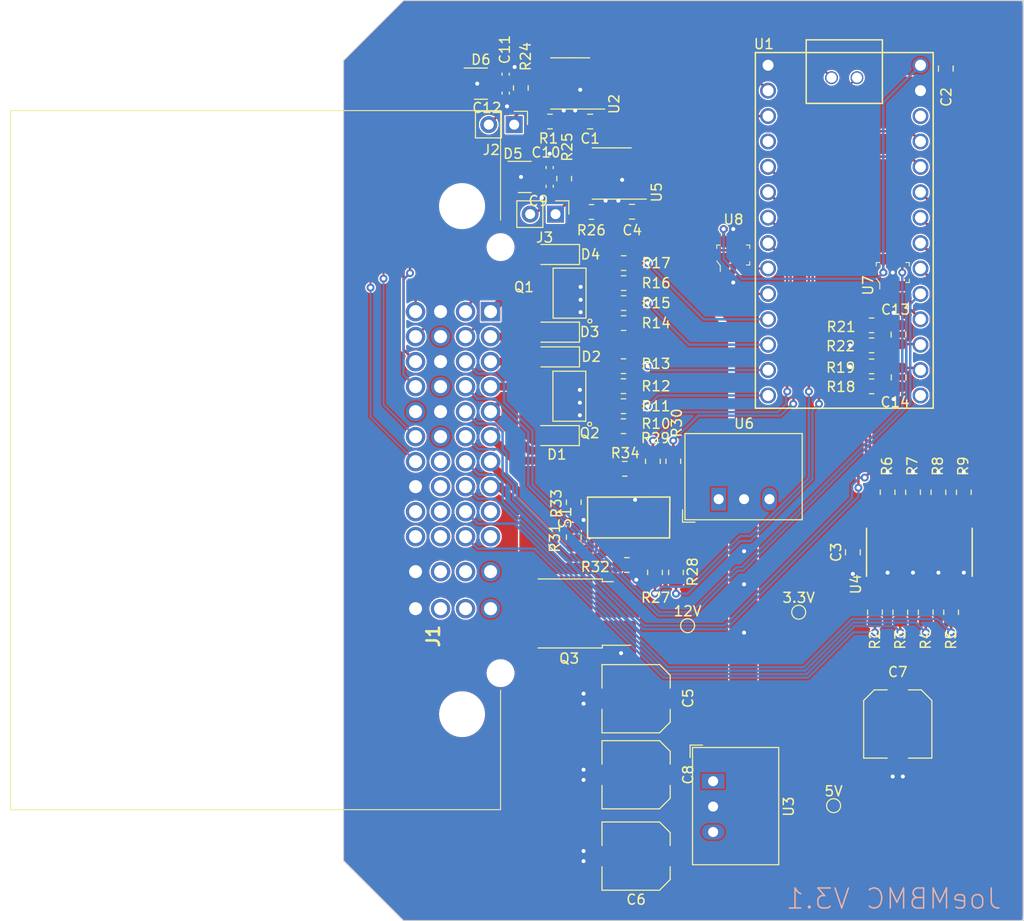
<source format=kicad_pcb>
(kicad_pcb (version 20221018) (generator pcbnew)
  (layers (0 "F.Cu" signal) (31 "B.Cu" signal) (34 "B.Paste" user) (35 "F.Paste" user) (36 "B.SilkS" user "B.Silkscreen") (37 "F.SilkS" user "F.Silkscreen") (38 "B.Mask" user) (39 "F.Mask" user) (44 "Edge.Cuts" user))
  (net 0 "")
  (net 1 "GND")
  (net 2 "+12V")
  (net 3 "+3V3")
  (net 4 "Net-(R2-Pad2)")
  (net 5 "Net-(R3-Pad2)")
  (net 6 "Net-(R4-Pad2)")
  (net 7 "Net-(R5-Pad2)")
  (net 8 "Teensy_IN2")
  (net 9 "Teensy_IN1")
  (net 10 "Teensy_IN3")
  (net 11 "Teensy_IN4")
  (net 12 "Teensy_OUT8")
  (net 13 "Teensy_OUT7")
  (net 14 "Teensy_OUT5")
  (net 15 "Teensy_OUT6")
  (net 16 "Teensy_ASEN2")
  (net 17 "Teensy_ASEN1")
  (net 18 "Teensy_OUT1")
  (net 19 "Teensy_OUT4")
  (net 20 "Teensy_OUT2")
  (net 21 "Teensy_OUT3")
  (net 30 "Net-(Q1-G1)")
  (net 31 "Net-(Q1-G2)")
  (net 32 "Net-(Q2-G1)")
  (net 33 "Net-(Q2-G2)")
  (net 34 "J1_12V")
  (net 35 "J1_IN4")
  (net 36 "J1_IN3")
  (net 37 "J1_IN2")
  (net 38 "J1_OUT8")
  (net 39 "J1_IN1")
  (net 40 "J1_OUT7")
  (net 41 "J1_OUT6")
  (net 42 "J1_OUT5")
  (net 43 "J1_ASEN2")
  (net 44 "J1_OUT4")
  (net 45 "J1_ASEN1")
  (net 46 "J1_OUT3")
  (net 47 "J1_OUT2")
  (net 48 "J1_OUT1")
  (net 49 "Net-(U2-Rs)")
  (net 50 "Net-(U5-Rs)")
  (net 51 "Net-(S1-IN1)")
  (net 52 "Net-(S1-IN0)")
  (net 53 "Net-(S1-IN3)")
  (net 54 "Net-(S1-IN2)")
  (net 55 "Teensy_D+")
  (net 56 "Teensy_D-")
  (net 57 "+5V")
  (net 58 "Teensy_Serial_BMS_RX_5V")
  (net 59 "Teensy_Serial_BMS_TX")
  (net 60 "Teensy_CAN2_RX")
  (net 61 "Teensy_CAN2_TX")
  (net 63 "Teensy_CAN1_RX")
  (net 64 "Teensy_Serial_RX_5V")
  (net 65 "Teensy_Serial_TX")
  (net 66 "Teensy_CAN1_TX")
  (net 68 "J1_CAN2_L")
  (net 69 "J1_CAN2_H")
  (net 70 "J1_CAN1_L")
  (net 73 "J1_CAN1_H")
  (net 79 "Teensy_Serial_BMS_RX_3V")
  (net 80 "Teensy_Serial_RX_3V")
  (net 81 "Net-(J2-Pin_2)")
  (net 82 "Net-(J3-Pin_2)")
  (footprint "Capacitor_SMD:C_Elec_6.3x7.7" (layer "F.Cu") (at 127.25 113.805 180)
    (fp_text reference "C5")
    (fp_text value "100uF")
  )
  (footprint "Resistor_SMD:R_0805_2012Metric" (layer "F.Cu") (at 152.4 93.161999 90)
    (fp_text reference "R6")
    (fp_text value "10k")
  )
  (footprint "Resistor_SMD:R_0805_2012Metric" (layer "F.Cu") (at 150.8 82.575 180)
    (fp_text reference "R18")
    (fp_text value "10k")
  )
  (footprint "TLP293-4:TLP293-4" (layer "F.Cu") (at 155.575 99.161999 90)
    (fp_text reference "U4")
    (fp_text value "IS281-4 " hide)
  )
  (footprint "Converter_DCDC:Converter_DCDC_RECOM_R-78E-0.5_THT" (layer "F.Cu") (at 134.9525 122.053 -90)
    (fp_text reference "U3")
    (fp_text value "DCDC 5V")
  )
  (footprint "Resistor_SMD:R_0805_2012Metric" (layer "F.Cu") (at 154.94 93.161999 90)
    (fp_text reference "R7")
    (fp_text value "10k")
  )
  (footprint "Package_TO_SOT_SMD:TO-252-2" (layer "F.Cu") (at 120.56 105.28 180)
    (fp_text reference "Q3")
    (fp_text value "P-Chanel Mosfet")
  )
  (footprint "Resistor_SMD:R_0805_2012Metric" (layer "F.Cu") (at 160.02 93.161999 90)
    (fp_text reference "R9")
    (fp_text value "10k")
  )
  (footprint "Resistor_SMD:R_0805_2012Metric" (layer "F.Cu") (at 125.9875 86.557 180)
    (fp_text reference "R10")
    (fp_text value "10k")
  )
  (footprint "Resistor_SMD:R_0805_2012Metric" (layer "F.Cu") (at 153.67 105.161999 90)
    (fp_text reference "R3")
    (fp_text value "4.7k")
  )
  (footprint "JoeMBMS:SO-8_IRF956" (layer "F.Cu") (at 120.575 83.557 180)
    (fp_text reference "Q2")
    (fp_text value "BSO615NG")
  )
  (footprint "Resistor_SMD:R_0805_2012Metric" (layer "F.Cu") (at 151.13 105.161999 90)
    (fp_text reference "R2")
    (fp_text value "4.7k")
  )
  (footprint "Resistor_SMD:R_0805_2012Metric" (layer "F.Cu") (at 115.725 52.735 90)
    (fp_text reference "R24")
    (fp_text value "120")
  )
  (footprint "Capacitor_SMD:C_Elec_6.3x7.7" (layer "F.Cu") (at 127.25 121.41 180)
    (fp_text reference "C8")
    (fp_text value "100uF")
  )
  (footprint "Capacitor_SMD:C_0805_2012Metric" (layer "F.Cu") (at 158.2175 50.8 90)
    (fp_text reference "C2")
    (fp_text value "10uF")
  )
  (footprint "Resistor_SMD:R_0805_2012Metric" (layer "F.Cu") (at 158.75 105.161999 90)
    (fp_text reference "R5")
    (fp_text value "4.7k")
  )
  (footprint "Capacitor_SMD:C_0805_2012Metric" (layer "F.Cu") (at 148.925 99.161999 90)
    (fp_text reference "C3")
    (fp_text value "10uF")
  )
  (footprint "Resistor_SMD:R_0805_2012Metric" (layer "F.Cu") (at 125.9875 84.557 180)
    (fp_text reference "R11")
    (fp_text value "220")
  )
  (footprint "Resistor_SMD:R_0805_2012Metric" (layer "F.Cu") (at 125.9875 80.557 180)
    (fp_text reference "R13")
    (fp_text value "220")
  )
  (footprint "Resistor_SMD:R_0805_2012Metric" (layer "F.Cu") (at 157.48 93.161999 90)
    (fp_text reference "R8")
    (fp_text value "10k")
  )
  (footprint "Resistor_SMD:R_0805_2012Metric" (layer "F.Cu") (at 125.9875 82.557 180)
    (fp_text reference "R12")
    (fp_text value "10k")
  )
  (footprint "Resistor_SMD:R_0805_2012Metric" (layer "F.Cu") (at 118.645 56.095 180)
    (fp_text reference "R1")
    (fp_text value "10k")
  )
  (footprint "Capacitor_SMD:C_Elec_6.3x7.7" (layer "F.Cu") (at 153.416 116.332 -90)
    (fp_text reference "C7")
    (fp_text value "100uF")
  )
  (footprint "Molex_48_Pin:5007620481" (layer "F.Cu") (at 112.7 75.1 -90)
    (fp_text reference "J1")
    (fp_text value "5007620481" hide)
  )
  (footprint "Resistor_SMD:R_0805_2012Metric" (layer "F.Cu") (at 156.21 105.161999 90)
    (fp_text reference "R4")
    (fp_text value "4.7k")
  )
  (footprint "Resistor_SMD:R_0805_2012Metric" (layer "F.Cu") (at 150.7935 76.47 180)
    (fp_text reference "R21")
    (fp_text value "10k")
  )
  (footprint "Resistor_SMD:R_0805_2012Metric" (layer "F.Cu") (at 150.7935 78.47)
    (fp_text reference "R22")
    (fp_text value "20k")
  )
  (footprint "Resistor_SMD:R_0805_2012Metric" (layer "F.Cu") (at 126.0075 74.25 180)
    (fp_text reference "R15")
    (fp_text value "220")
  )
  (footprint "JoeMBMS:SO-8_IRF956" (layer "F.Cu") (at 120.595 73.25 180)
    (fp_text reference "Q1")
    (fp_text value "BSO615NG")
  )
  (footprint "Resistor_SMD:R_0805_2012Metric" (layer "F.Cu") (at 126.0075 76.25 180)
    (fp_text reference "R14")
    (fp_text value "10k")
  )
  (footprint "Resistor_SMD:R_0805_2012Metric" (layer "F.Cu") (at 126.0075 70.25 180)
    (fp_text reference "R17")
    (fp_text value "220")
  )
  (footprint "Resistor_SMD:R_0805_2012Metric" (layer "F.Cu") (at 126.0075 72.25 180)
    (fp_text reference "R16")
    (fp_text value "10k")
  )
  (footprint "KiCAD_Libs-master:PG-DSO-14-40_EP" (layer "F.Cu") (at 126.5 95.69)
    (fp_text reference "S1")
    (fp_text value "BTS5200-4")
  )
  (footprint "Capacitor_SMD:C_0805_2012Metric" (layer "F.Cu") (at 122.655 56.095)
    (fp_text reference "C1")
    (fp_text value "100nF")
  )
  (footprint "Resistor_SMD:R_0805_2012Metric" (layer "F.Cu") (at 150.8 80.575)
    (fp_text reference "R19")
    (fp_text value "20k")
  )
  (footprint "Resistor_SMD:R_0805_2012Metric" (layer "F.Cu") (at 120.062065 61.7982 90)
    (fp_text reference "R25")
    (fp_text value "120")
  )
  (footprint "Converter_DCDC:Converter_DCDC_RECOM_R-78E-0.5_THT" (layer "F.Cu") (at 135.509 93.853)
    (fp_text reference "U6")
    (fp_text value "DCDC 3.3V")
  )
  (footprint "Capacitor_SMD:C_Elec_6.3x7.7" (layer "F.Cu") (at 127.25 129.54 180)
    (fp_text reference "C6")
    (fp_text value "100uF")
  )
  (footprint "Package_TO_SOT_SMD:SOT-23" (layer "F.Cu") (at 116.120065 61.6322)
    (fp_text reference "D5")
    (fp_text value "NUP2105L")
  )
  (footprint "Package_SO:SOIC-8_3.9x4.9mm_P1.27mm" (layer "F.Cu") (at 124.817465 61.2902 180)
    (fp_text reference "U5")
    (fp_text value "SN65HVD230")
  )
  (footprint "Connector_PinHeader_2.54mm:PinHeader_1x02_P2.54mm_Vertical" (layer "F.Cu") (at 119.198465 65.3542 -90)
    (fp_text reference "J3")
    (fp_text value "CAN1_T")
  )
  (footprint "teensy:Teensy40_JoeMBMS" (layer "F.Cu") (at 148.0675 66.9775 -90)
    (fp_text reference "U1")
    (fp_text value "Teensy4.0" hide)
  )
  (footprint "Resistor_SMD:R_0805_2012Metric" (layer "F.Cu") (at 130.97 90.0675 90)
    (fp_text reference "R30")
    (fp_text value "10k")
  )
  (footprint "Capacitor_SMD:C_0402_1005Metric" (layer "F.Cu") (at 114.215 53.255 90)
    (fp_text reference "C12")
    (fp_text value "100p")
  )
  (footprint "Diode_SMD:D_SOD-123F" (layer "F.Cu") (at 119.3625 87.497 180)
    (fp_text reference "D1")
    (fp_text value "DIODE")
  )
  (footprint "TestPoint:TestPoint_Pad_D1.0mm" (layer "F.Cu") (at 132.4 106.5)
    (fp_text reference "12V")
    (fp_text value "TestPoint_Pad_D1.0mm")
  )
  (footprint "Resistor_SMD:R_0805_2012Metric" (layer "F.Cu") (at 126.33 100.4375 180)
    (fp_text reference "R32")
    (fp_text value "47k")
  )
  (footprint "Diode_SMD:D_SOD-123F" (layer "F.Cu") (at 119.3825 77.15 180)
    (fp_text reference "D3")
    (fp_text value "DIODE")
  )
  (footprint "Capacitor_SMD:C_0402_1005Metric" (layer "F.Cu") (at 118.610065 62.5722 90)
    (fp_text reference "C9")
    (fp_text value "100p")
  )
  (footprint "Capacitor_SMD:C_0805_2012Metric" (layer "F.Cu") (at 153.484 77.398 -90)
    (fp_text reference "C13")
    (fp_text value "100nF")
  )
  (footprint "Resistor_SMD:R_0805_2012Metric" (layer "F.Cu") (at 122.791065 65.1352 180)
    (fp_text reference "R26")
    (fp_text value "10k")
  )
  (footprint "Capacitor_SMD:C_0805_2012Metric" (layer "F.Cu") (at 126.841065 65.1152)
    (fp_text reference "C4")
    (fp_text value "100nF")
  )
  (footprint "Resistor_SMD:R_0805_2012Metric" (layer "F.Cu") (at 128.93 90.0675 90)
    (fp_text reference "R29")
    (fp_text value "10k")
  )
  (footprint "Connector_PinHeader_2.54mm:PinHeader_1x02_P2.54mm_Vertical" (layer "F.Cu") (at 115.06 56.405 -90)
    (fp_text reference "J2")
    (fp_text value "CAN2_T")
  )
  (footprint "Package_TO_SOT_SMD:SOT-23" (layer "F.Cu") (at 111.735 52.305)
    (fp_text reference "D6")
    (fp_text value "NUP2105L")
  )
  (footprint "Capacitor_SMD:C_0402_1005Metric" (layer "F.Cu") (at 114.21 51.36 90)
    (fp_text reference "C11")
    (fp_text value "100p")
  )
  (footprint "Capacitor_SMD:C_0402_1005Metric" (layer "F.Cu") (at 118.610065 60.6922 -90)
    (fp_text reference "C10")
    (fp_text value "100p")
  )
  (footprint "Package_SO:SOIC-8_3.9x4.9mm_P1.27mm" (layer "F.Cu") (at 120.665 52.285 180)
    (fp_text reference "U2")
    (fp_text value "SN65HVD230")
  )
  (footprint "Resistor_SMD:R_0805_2012Metric" (layer "F.Cu") (at 121.02 97.6575 -90)
    (fp_text reference "R31")
    (fp_text value "47k")
  )
  (footprint "Resistor_SMD:R_0805_2012Metric" (layer "F.Cu") (at 121.02 94.1575 -90)
    (fp_text reference "R33")
    (fp_text value "47k")
  )
  (footprint "Diode_SMD:D_SOD-123F" (layer "F.Cu") (at 119.3825 69.39 180)
    (fp_text reference "D4")
    (fp_text value "DIODE")
  )
  (footprint "TestPoint:TestPoint_Pad_D1.0mm" (layer "F.Cu") (at 143.51 105.156)
    (fp_text reference "3.3V")
    (fp_text value "TestPoint_Pad_D1.0mm")
  )
  (footprint "digikey-footprints:SOT-23-6" (layer "F.Cu") (at 136.9675 69.4425)
    (fp_text reference "U8")
    (fp_text value "Level Shifter 5V to 3V")
  )
  (footprint "Resistor_SMD:R_0805_2012Metric" (layer "F.Cu") (at 126.12 90.8175)
    (fp_text reference "R34")
    (fp_text value "47k")
  )
  (footprint "digikey-footprints:SOT-23-6" (layer "F.Cu") (at 152.9175 71.1925)
    (fp_text reference "U7")
    (fp_text value "Level Shifter 5V to 3V")
  )
  (footprint "Diode_SMD:D_SOD-123F" (layer "F.Cu") (at 119.3825 79.627 180)
    (fp_text reference "D2")
    (fp_text value "DIODE")
  )
  (footprint "Resistor_SMD:R_0805_2012Metric" (layer "F.Cu") (at 131.24 101.1775 90)
    (fp_text reference "R28")
    (fp_text value "10k")
  )
  (footprint "Capacitor_SMD:C_0805_2012Metric" (layer "F.Cu") (at 153.5 81.675 90)
    (fp_text reference "C14")
    (fp_text value "100nF")
  )
  (footprint "TestPoint:TestPoint_Pad_D1.0mm" (layer "F.Cu") (at 147 124.5)
    (fp_text reference "5V")
    (fp_text value "TestPoint_Pad_D1.0mm")
  )
  (footprint "Resistor_SMD:R_0805_2012Metric" (layer "F.Cu") (at 129.14 101.1775 90)
    (fp_text reference "R27")
    (fp_text value "10k")
  )
  (gr_line (start 166 44) (end 166 136) (stroke (width 0.1)) (layer "Edge.Cuts"))
  (gr_line (start 166 136) (end 104 136) (stroke (width 0.1)) (layer "Edge.Cuts"))
  (gr_line (start 98 130) (end 104 136) (stroke (width 0.1)) (layer "Edge.Cuts"))
  (gr_line (start 104 44) (end 98 50) (stroke (width 0.1)) (layer "Edge.Cuts"))
  (gr_line (start 98 130) (end 98 50) (stroke (width 0.1)) (layer "Edge.Cuts"))
  (gr_line (start 104 44) (end 166 44) (stroke (width 0.1)) (layer "Edge.Cuts"))
  (gr_text "JoeMBMC V3.1" (at 153 133.81) (layer "B.SilkS") (effects (font (size 2 2)) (justify mirror)))
  (segment (start 153.484 75.684) (end 153 75.2) (width 0.25) (layer "F.Cu") (net 1))
  (segment (start 149.7935 78.3825) (end 149.881 78.47) (width 0.25) (layer "F.Cu") (net 1))
  (segment (start 114.225 50.885) (end 114.865 50.885) (width 0.25) (layer "F.Cu") (net 1))
  (segment (start 127.15 93.26) (end 127.565 92.845) (width 0.8) (layer "F.Cu") (net 1))
  (segment (start 121.705 56.095) (end 121.705 55.538) (width 0.25) (layer "F.Cu") (net 1))
  (segment (start 112.6725 52.305) (end 111.365 52.305) (width 0.25) (layer "F.Cu") (net 1))
  (segment (start 148.925 100.111999) (end 148.925 101.325) (width 0.25) (layer "F.Cu") (net 1))
  (segment (start 152.4 102.311998) (end 152.4 101.2) (width 0.25) (layer "F.Cu") (net 1))
  (segment (start 158.2175 51.75) (end 156.96 53.0075) (width 0.25) (layer "F.Cu") (net 1))
  (segment (start 121.1375 95.07) (end 122 95.9325) (width 0.25) (layer "F.Cu") (net 1))
  (segment (start 122.225 75.155) (end 121.705 74.635) (width 0.8) (layer "F.Cu") (net 1))
  (segment (start 121.625 84.207) (end 121.625 83.502) (width 0.8) (layer "F.Cu") (net 1))
  (segment (start 119.5575 55.4485) (end 120.015 54.991) (width 0.25) (layer "F.Cu") (net 1))
  (segment (start 125.095 76.25) (end 124.3 76.25) (width 0.25) (layer "F.Cu") (net 1))
  (segment (start 123.205 75.155) (end 122.225 75.155) (width 0.8) (layer "F.Cu") (net 1))
  (segment (start 149.8875 80.575) (end 148.7 80.575) (width 0.25) (layer "F.Cu") (net 1))
  (segment (start 114.865 50.885) (end 115.105 50.645) (width 0.25) (layer "F.Cu") (net 1))
  (segment (start 123.14 52.92) (end 121.666 52.92) (width 0.25) (layer "F.Cu") (net 1))
  (segment (start 127.0325 92.3125) (end 126.5 92.845) (width 0.8) (layer "F.Cu") (net 1))
  (segment (start 127.77 92.845) (end 127.565 92.845) (width 0.8) (layer "F.Cu") (net 1))
  (segment (start 136.9675 70.7925) (end 136.9675 72.0425) (width 0.25) (layer "F.Cu") (net 1))
  (segment (start 123.703565 65.1352) (end 123.703565 64.510435) (width 0.25) (layer "F.Cu") (net 1))
  (segment (start 114.215 54.445) (end 114.345 54.575) (width 0.25) (layer "F.Cu") (net 1))
  (segment (start 123.185 85.462) (end 121.625 85.462) (width 0.8) (layer "F.Cu") (net 1))
  (segment (start 121.02 95.07) (end 121.1375 95.07) (width 0.25) (layer "F.Cu") (net 1))
  (segment (start 152.9175 69.8425) (end 152.9175 72.5425) (width 0.25) (layer "F.Cu") (net 1))
  (segment (start 123.703565 64.510435) (end 124.206 64.008) (width 0.25) (layer "F.Cu") (net 1))
  (segment (start 157.48 102.311998) (end 157.48 101.2) (width 0.25) (layer "F.Cu") (net 1))
  (segment (start 121.717 72.615) (end 121.705 72.627) (width 0.8) (layer "F.Cu") (net 1))
  (segment (start 125.891065 65.1152) (end 125.891065 64.423065) (width 0.25) (layer "F.Cu") (net 1))
  (segment (start 124.975 72.497) (end 124.975 72.672) (width 0.25) (layer "F.Cu") (net 1))
  (segment (start 153.5 82.625) (end 153.5 83.35) (width 0.25) (layer "F.Cu") (net 1))
  (segment (start 152.4 91.161999) (end 152.4 92.249499) (width 0.25) (layer "F.Cu") (net 1))
  (segment (start 121.705 55.538) (end 121.158 54.991) (width 0.25) (layer "F.Cu") (net 1))
  (segment (start 121.705 72.627) (end 121.705 75.155) (width 0.8) (layer "F.Cu") (net 1))
  (segment (start 123.205 72.615) (end 121.717 72.615) (width 0.8) (layer "F.Cu") (net 1))
  (segment (start 127.0325 90.8175) (end 127.0325 92.3125) (width 0.8) (layer "F.Cu") (net 1))
  (segment (start 127.2425 101.885) (end 127.27 101.9125) (width 0.25) (layer "F.Cu") (net 1))
  (segment (start 156.96 53.0075) (end 155.6875 53.0075) (width 0.25) (layer "F.Cu") (net 1))
  (segment (start 153.416 121.582) (end 153.416 118.8695) (width 0.8) (layer "F.Cu") (net 1))
  (segment (start 123.98 85.462) (end 125.075 86.557) (width 0.25) (layer "F.Cu") (net 1))
  (segment (start 154.94 91.161999) (end 154.94 92.249499) (width 0.25) (layer "F.Cu") (net 1))
  (segment (start 152.908 121.582) (end 153.924 121.582) (width 0.8) (layer "F.Cu") (net 1))
  (segment (start 153.484 76.448) (end 153.484 75.684) (width 0.25) (layer "F.Cu") (net 1))
  (segment (start 123.205 72.615) (end 122.225 72.615) (width 0.8) (layer "F.Cu") (net 1))
  (segment (start 136.9675 68.0925) (end 136.9675 66.8425) (width 0.25) (layer "F.Cu") (net 1))
  (segment (start 124.7125 129.54) (end 122 129.54) (width 0.8) (layer "F.Cu") (net 1))
  (segment (start 118.503265 63.0522) (end 117.826865 63.7286) (width 0.25) (layer "F.Cu") (net 1))
  (segment (start 124.71 82.922) (end 125.075 82.557) (width 0.25) (layer "F.Cu") (net 1))
  (segment (start 153.484 82.641) (end 153.5 82.625) (width 0.25) (layer "F.Cu") (net 1))
  (segment (start 119.5575 56.095) (end 119.5575 55.4485) (width 0.25) (layer "F.Cu") (net 1))
  (segment (start 154.94 102.311998) (end 154.94 101.2) (width 0.25) (layer "F.Cu") (net 1))
  (segment (start 157.48 91.161999) (end 157.48 92.249499) (width 0.25) (layer "F.Cu") (net 1))
  (segment (start 149.881 78.47) (end 148.7 78.47) (width 0.25) (layer "F.Cu") (net 1))
  (segment (start 153.5 83.35) (end 153 83.85) (width 0.25) (layer "F.Cu") (net 1))
  (segment (start 127.77 92.845) (end 126.5 92.845) (width 0.8) (layer "F.Cu") (net 1))
  (segment (start 125.891065 64.423065) (end 125.476 64.008) (width 0.25) (layer "F.Cu") (net 1))
  (segment (start 160.02 102.311998) (end 160.02 101.2) (width 0.25) (layer "F.Cu") (net 1))
  (segment (start 121.625 84.882) (end 121.625 84.207) (width 0.8) (layer "F.Cu") (net 1))
  (segment (start 123.205 75.155) (end 121.705 75.155) (width 0.8) (layer "F.Cu") (net 1))
  (segment (start 121.625 82.922) (end 121.625 85.462) (width 0.8) (layer "F.Cu") (net 1))
  (segment (start 117.057565 61.6322) (end 115.744065 61.6322) (width 0.25) (layer "F.Cu") (net 1))
  (segment (start 123.185 85.462) (end 122.205 85.462) (width 0.8) (layer "F.Cu") (net 1))
  (segment (start 121.705 73.135) (end 121.705 73.917) (width 0.8) (layer "F.Cu") (net 1))
  (segment (start 122.225 72.615) (end 121.705 73.135) (width 0.8) (layer "F.Cu") (net 1))
  (segment (start 127.565 92.845) (end 127.0325 92.3125) (width 0.8) (layer "F.Cu") (net 1))
  (segment (start 121.705 74.635) (end 121.705 73.917) (width 0.8) (layer "F.Cu") (net 1))
  (segment (start 121.1875 96.745) (end 122 95.9325) (width 0.25) (layer "F.Cu") (net 1))
  (segment (start 127.15 93.9125) (end 127.15 93.26) (width 0.8) (layer "F.Cu") (net 1))
  (segment (start 118.610065 59.309) (end 118.610065 60.2122) (width 0.25) (layer "F.Cu") (net 1))
  (segment (start 121.625 83.502) (end 122.205 82.922) (width 0.8) (layer "F.Cu") (net 1))
  (segment (start 122.205 85.462) (end 121.625 84.882) (width 0.8) (layer "F.Cu") (net 1))
  (segment (start 123.205 72.615) (end 124.73 72.615) (width 0.25) (layer "F.Cu") (net 1))
  (segment (start 123.185 82.922) (end 124.71 82.922) (width 0.25) (layer "F.Cu") (net 1))
  (segment (start 114.215 53.735) (end 114.215 54.445) (width 0.25) (layer "F.Cu") (net 1))
  (segment (start 122 129.032) (end 122 130.048) (width 0.8) (layer "F.Cu") (net 1))
  (segment (start 127.292465 61.9252) (end 125.857 61.9252) (width 0.25) (layer "F.Cu") (net 1))
  (segment (start 123.185 82.922) (end 121.625 82.922) (width 0.8) (layer "F.Cu") (net 1))
  (segment (start 122.205 82.922) (end 123.185 82.922) (width 0.8) (layer "F.Cu") (net 1))
  (segment (start 127.2425 100.4375) (end 127.2425 101.885) (width 0.25) (layer "F.Cu") (net 1))
  (segment (start 118.610065 63.0522) (end 118.503265 63.0522) (width 0.25) (layer "F.Cu") (net 1))
  (segment (start 160.02 91.161999) (end 160.02 92.249499) (width 0.25) (layer "F.Cu") (net 1))
  (segment (start 124.3 76.25) (end 123.205 75.155) (width 0.25) (layer "F.Cu") (net 1))
  (segment (start 121.02 96.745) (end 121.1875 96.745) (width 0.25) (layer "F.Cu") (net 1))
  (via (at 121.705 73.917) (size 0.8) (drill 0.4) (layers "F.Cu" "B.Cu") (net 1))
  (via (at 117.826865 63.7286) (size 0.8) (drill 0.4) (layers "F.Cu" "B.Cu") (net 1))
  (via (at 118.610065 59.309) (size 0.8) (drill 0.4) (layers "F.Cu" "B.Cu") (net 1))
  (via (at 114.345 54.575) (size 0.8) (drill 0.4) (layers "F.Cu" "B.Cu") (net 1))
  (via (at 138.049 102.362) (size 0.8) (drill 0.4) (layers "F.Cu" "B.Cu") (net 1))
  (via (at 152.908 121.582) (size 0.8) (drill 0.4) (layers "F.Cu" "B.Cu") (net 1))
  (via (at 136.9675 66.8425) (size 0.8) (drill 0.4) (layers "F.Cu" "B.Cu") (net 1))
  (via (at 125.75 109.25) (size 0.8) (drill 0.4) (layers "F.Cu" "B.Cu") (net 1))
  (via (at 121.705 75.155) (size 0.8) (drill 0.4) (layers "F.Cu" "B.Cu") (net 1))
  (via (at 122 129.032) (size 0.8) (drill 0.4) (layers "F.Cu" "B.Cu") (net 1))
  (via (at 148.925 101.325) (size 0.8) (drill 0.4) (layers "F.Cu" "B.Cu") (net 1))
  (via (at 138.049 99.06) (size 0.8) (drill 0.4) (layers "F.Cu" "B.Cu") (net 1))
  (via (at 125.476 64.008) (size 0.8) (drill 0.4) (layers "F.Cu" "B.Cu") (net 1))
  (via (at 122 121.922) (size 0.8) (drill 0.4) (layers "F.Cu" "B.Cu") (net 1))
  (via (at 122 95.9325) (size 0.8) (drill 0.4) (layers "F.Cu" "B.Cu") (net 1))
  (via (at 122 113.299) (size 0.8) (drill 0.4) (layers "F.Cu" "B.Cu") (net 1))
  (via (at 120.015 54.991) (size 0.8) (drill 0.4) (layers "F.Cu" "B.Cu") (net 1))
  (via (at 153.924 121.582) (size 0.8) (drill 0.4) (layers "F.Cu" "B.Cu") (net 1))
  (via (at 111.365 52.305) (size 0.8) (drill 0.4) (layers "F.Cu" "B.Cu") (net 1))
  (via (at 136.9675 72.1925) (size 0.8) (drill 0.4) (layers "F.Cu" "B.Cu") (net 1))
  (via (at 152.9175 71.1925) (size 0.8) (drill 0.4) (layers "F.Cu" "B.Cu") (net 1))
  (via (at 127.27 101.9125) (size 0.8) (drill 0.4) (layers "F.Cu" "B.Cu") (net 1))
  (via (at 154.94 91.161999) (size 0.8) (drill 0.4) (layers "F.Cu" "B.Cu") (net 1))
  (via (at 121.705 72.627) (size 0.8) (drill 0.4) (layers "F.Cu" "B.Cu") (net 1))
  (via (at 157.48 101.2) (size 0.8) (drill 0.4) (layers "F.Cu" "B.Cu") (net 1))
  (via (at 121.625 84.207) (size 0.8) (drill 0.4) (layers "F.Cu" "B.Cu") (net 1))
  (via (at 122 130.048) (size 0.8) (drill 0.4) (layers "F.Cu" "B.Cu") (net 1))
  (via (at 152.4 91.161999) (size 0.8) (drill 0.4) (layers "F.Cu" "B.Cu") (net 1))
  (via (at 121.158 54.991) (size 0.8) (drill 0.4) (layers "F.Cu" "B.Cu") (net 1))
  (via (at 154.94 101.2) (size 0.8) (drill 0.4) (layers "F.Cu" "B.Cu") (net 1))
  (via (at 122 120.904) (size 0.8) (drill 0.4) (layers "F.Cu" "B.Cu") (net 1))
  (via (at 125.857 61.9252) (size 0.8) (drill 0.4) (layers "F.Cu" "B.Cu") (net 1))
  (via (at 160.02 91.161999) (size 0.8) (drill 0.4) (layers "F.Cu" "B.Cu") (net 1))
  (via (at 138.049 107.2) (size 0.8) (drill 0.4) (layers "F.Cu" "B.Cu") (net 1))
  (via (at 122 114.302) (size 0.8) (drill 0.4) (layers "F.Cu" "B.Cu") (net 1))
  (via (at 148.65 78.47) (size 0.8) (drill 0.4) (layers "F.Cu" "B.Cu") (net 1))
  (via (at 115.744065 61.6322) (size 0.8) (drill 0.4) (layers "F.Cu" "B.Cu") (net 1))
  (via (at 152.4 101.2) (size 0.8) (drill 0.4) (layers "F.Cu" "B.Cu") (net 1))
  (via (at 121.666 52.92) (size 0.8) (drill 0.4) (layers "F.Cu" "B.Cu") (net 1))
  (via (at 124.206 64.008) (size 0.8) (drill 0.4) (layers "F.Cu" "B.Cu") (net 1))
  (via (at 127.15 93.9125) (size 0.8) (drill 0.4) (layers "F.Cu" "B.Cu") (net 1))
  (via (at 157.48 91.161999) (size 0.8) (drill 0.4) (layers "F.Cu" "B.Cu") (net 1))
  (via (at 153 83.85) (size 0.8) (drill 0.4) (layers "F.Cu" "B.Cu") (net 1))
  (via (at 115.105 50.645) (size 0.8) (drill 0.4) (layers "F.Cu" "B.Cu") (net 1))
  (via (at 148.65 80.575) (size 0.8) (drill 0.4) (layers "F.Cu" "B.Cu") (net 1))
  (via (at 160.02 101.2) (size 0.8) (drill 0.4) (layers "F.Cu" "B.Cu") (net 1))
  (via (at 121.625 82.922) (size 0.8) (drill 0.4) (layers "F.Cu" "B.Cu") (net 1))
  (via (at 153 75.2) (size 0.8) (drill 0.4) (layers "F.Cu" "B.Cu") (net 1))
  (via (at 121.625 85.462) (size 0.8) (drill 0.4) (layers "F.Cu" "B.Cu") (net 1))
  (segment (start 151.13 102.311998) (end 151.13 104.249499) (width 0.25) (layer "F.Cu") (net 4))
  (segment (start 153.67 102.311998) (end 153.67 104.249499) (width 0.25) (layer "F.Cu") (net 5))
  (segment (start 156.21 102.311998) (end 156.21 104.249499) (width 0.25) (layer "F.Cu") (net 6))
  (segment (start 158.75 102.311998) (end 158.75 104.249499) (width 0.25) (layer "F.Cu") (net 7))
  (segment (start 156.7125 88.149499) (end 156.7125 71.8125) (width 0.25) (layer "F.Cu") (net 8))
  (segment (start 153.325 91.536999) (end 153.325 93.149499) (width 0.25) (layer "F.Cu") (net 8))
  (segment (start 155.6875 70.7875) (end 156.7125 71.8125) (width 0.25) (layer "F.Cu") (net 8))
  (segment (start 153.325 93.149499) (end 152.4 94.074499) (width 0.25) (layer "F.Cu") (net 8))
  (segment (start 152.4 94.074499) (end 152.4 96.012) (width 0.25) (layer "F.Cu") (net 8))
  (segment (start 153.325 91.536999) (end 156.7125 88.149499) (width 0.25) (layer "F.Cu") (net 8))
  (segment (start 157.0625 69.6225) (end 157.0625 90.695615) (width 0.25) (layer "F.Cu") (net 9))
  (segment (start 154.94 94.074499) (end 154.94 96.012) (width 0.25) (layer "F.Cu") (net 9))
  (segment (start 155.6875 68.2475) (end 157.004 69.564) (width 0.25) (layer "F.Cu") (net 9))
  (segment (start 155.6875 68.2475) (end 157.0625 69.6225) (width 0.25) (layer "F.Cu") (net 9))
  (segment (start 156.555 92.459499) (end 154.94 94.074499) (width 0.25) (layer "F.Cu") (net 9))
  (segment (start 157.0625 69.6225) (end 157.004 69.564) (width 0.25) (layer "F.Cu") (net 9))
  (segment (start 156.555 91.203115) (end 156.555 92.459499) (width 0.25) (layer "F.Cu") (net 9))
  (segment (start 157.0625 90.695615) (end 156.555 91.203115) (width 0.25) (layer "F.Cu") (net 9))
  (segment (start 157.48 94.074499) (end 158.44 93.114499) (width 0.25) (layer "F.Cu") (net 10))
  (segment (start 157.46 89.896) (end 158.44 90.876) (width 0.25) (layer "F.Cu") (net 10))
  (segment (start 155.6875 65.7075) (end 157.46 67.48) (width 0.25) (layer "F.Cu") (net 10))
  (segment (start 158.44 90.876) (end 158.44 93.114499) (width 0.25) (layer "F.Cu") (net 10))
  (segment (start 157.46 67.48) (end 157.46 89.896) (width 0.25) (layer "F.Cu") (net 10))
  (segment (start 157.48 94.074499) (end 157.48 96.012) (width 0.25) (layer "F.Cu") (net 10))
  (segment (start 160.02 94.074499) (end 158.79 92.844499) (width 0.25) (layer "F.Cu") (net 11))
  (segment (start 160.02 94.074499) (end 160.02 96.012) (width 0.25) (layer "F.Cu") (net 11))
  (segment (start 157.81 65.29) (end 155.6875 63.1675) (width 0.25) (layer "F.Cu") (net 11))
  (segment (start 157.81 89.408) (end 157.81 65.29) (width 0.25) (layer "F.Cu") (net 11))
  (segment (start 158.79 92.844499) (end 158.79 90.388) (width 0.25) (layer "F.Cu") (net 11))
  (segment (start 158.79 90.388) (end 157.81 89.408) (width 0.25) (layer "F.Cu") (net 11))
  (segment (start 126.92 70.25) (end 128.397 70.25) (width 0.25) (layer "F.Cu") (net 12))
  (via (at 128.397 70.25) (size 0.8) (drill 0.4) (layers "F.Cu" "B.Cu") (net 12))
  (segment (start 134.0145 75.8675) (end 128.397 70.25) (width 0.25) (layer "B.Cu") (net 12))
  (segment (start 140.4475 75.8675) (end 134.0145 75.8675) (width 0.25) (layer "B.Cu") (net 12))
  (segment (start 126.92 74.25) (end 128.397 74.25) (width 0.25) (layer "F.Cu") (net 13))
  (via (at 128.397 74.25) (size 0.8) (drill 0.4) (layers "F.Cu" "B.Cu") (net 13))
  (segment (start 132.5545 78.4075) (end 128.397 74.25) (width 0.25) (layer "B.Cu") (net 13))
  (segment (start 140.4475 78.4075) (end 132.5545 78.4075) (width 0.25) (layer "B.Cu") (net 13))
  (segment (start 126.9 80.557) (end 128.397 80.557) (width 0.25) (layer "F.Cu") (net 14))
  (via (at 128.397 80.557) (size 0.8) (drill 0.4) (layers "F.Cu" "B.Cu") (net 14))
  (segment (start 140.4475 80.9475) (end 128.7875 80.9475) (width 0.25) (layer "B.Cu") (net 14))
  (segment (start 128.7875 80.9475) (end 128.397 80.557) (width 0.25) (layer "B.Cu") (net 14))
  (segment (start 126.9 84.557) (end 128.397 84.557) (width 0.25) (layer "F.Cu") (net 15))
  (via (at 128.397 84.557) (size 0.8) (drill 0.4) (layers "F.Cu" "B.Cu") (net 15))
  (segment (start 129.4665 83.4875) (end 128.397 84.557) (width 0.25) (layer "B.Cu") (net 15))
  (segment (start 140.4475 83.4875) (end 129.4665 83.4875) (width 0.25) (layer "B.Cu") (net 15))
  (segment (start 153.5 80.725) (end 155.465 80.725) (width 0.25) (layer "F.Cu") (net 16))
  (segment (start 151.7125 80.575) (end 153.35 80.575) (width 0.25) (layer "F.Cu") (net 16))
  (segment (start 151.7125 82.575) (end 151.7125 80.575) (width 0.25) (layer "F.Cu") (net 16))
  (segment (start 153.35 80.575) (end 153.5 80.725) (width 0.25) (layer "F.Cu") (net 16))
  (segment (start 155.465 80.725) (end 155.6875 80.9475) (width 0.25) (layer "F.Cu") (net 16))
  (segment (start 155.315 80.575) (end 155.6875 80.9475) (width 0.25) (layer "F.Cu") (net 16))
  (segment (start 155.628 78.348) (end 155.6875 78.4075) (width 0.25) (layer "F.Cu") (net 17))
  (segment (start 153.484 78.348) (end 155.628 78.348) (width 0.25) (layer "F.Cu") (net 17))
  (segment (start 151.706 76.47) (end 151.706 78.47) (width 0.25) (layer "F.Cu") (net 17))
  (segment (start 151.706 78.47) (end 153.362 78.47) (width 0.25) (layer "F.Cu") (net 17))
  (segment (start 153.362 78.47) (end 153.484 78.348) (width 0.25) (layer "F.Cu") (net 17))
  (segment (start 142.3425 83.0675) (end 142.3675 83.0925) (width 0.25) (layer "F.Cu") (net 18))
  (segment (start 142.3425 70.1425) (end 142.3425 83.0675) (width 0.25) (layer "F.Cu") (net 18))
  (segment (start 128.93 89.155) (end 128.93 88) (width 0.25) (layer "F.Cu") (net 18))
  (segment (start 140.4475 68.2475) (end 142.3425 70.1425) (width 0.25) (layer "F.Cu") (net 18))
  (via (at 128.93 88) (size 0.8) (drill 0.4) (layers "F.Cu" "B.Cu") (net 18))
  (via (at 142.3675 83.0925) (size 0.8) (drill 0.4) (layers "F.Cu" "B.Cu") (net 18))
  (segment (start 142.24 84.328) (end 142.24 83.22) (width 0.25) (layer "B.Cu") (net 18))
  (segment (start 141.418 85.15) (end 142.24 84.328) (width 0.25) (layer "B.Cu") (net 18))
  (segment (start 142.24 83.22) (end 142.3675 83.0925) (width 0.25) (layer "B.Cu") (net 18))
  (segment (start 128.93 88) (end 131.78 85.15) (width 0.25) (layer "B.Cu") (net 18))
  (segment (start 131.78 85.15) (end 141.418 85.15) (width 0.25) (layer "B.Cu") (net 18))
  (segment (start 144.907 82.327) (end 145.542 82.962) (width 0.25) (layer "F.Cu") (net 19))
  (segment (start 144.304 64.484) (end 140.4475 60.6275) (width 0.25) (layer "F.Cu") (net 19))
  (segment (start 144.907 65.087) (end 144.907 82.327) (width 0.25) (layer "F.Cu") (net 19))
  (segment (start 131.24 102.09) (end 131.24 103.3) (width 0.25) (layer "F.Cu") (net 19))
  (segment (start 144.304 64.484) (end 144.907 65.087) (width 0.25) (layer "F.Cu") (net 19))
  (segment (start 145.542 82.962) (end 145.542 84.328) (width 0.25) (layer "F.Cu") (net 19))
  (via (at 131.24 103.3) (size 0.8) (drill 0.4) (layers "F.Cu" "B.Cu") (net 19))
  (via (at 145.542 84.328) (size 0.8) (drill 0.4) (layers "F.Cu" "B.Cu") (net 19))
  (segment (start 137.654975 98.044) (end 138.671832 98.044) (width 0.25) (layer "B.Cu") (net 19))
  (segment (start 138.671832 98.044) (end 144.876 91.839832) (width 0.25) (layer "B.Cu") (net 19))
  (segment (start 131.24 103.3) (end 132.08 103.3) (width 0.25) (layer "B.Cu") (net 19))
  (segment (start 144.876 84.994) (end 145.542 84.328) (width 0.25) (layer "B.Cu") (net 19))
  (segment (start 144.876 91.839832) (end 144.876 84.994) (width 0.25) (layer "B.Cu") (net 19))
  (segment (start 132.08 103.3) (end 132.398975 103.3) (width 0.25) (layer "B.Cu") (net 19))
  (segment (start 132.08 103.3) (end 132.412 103.3) (width 0.25) (layer "B.Cu") (net 19))
  (segment (start 132.398975 103.3) (end 137.654975 98.044) (width 0.25) (layer "B.Cu") (net 19))
  (segment (start 142.9925 84.303) (end 142.9675 84.328) (width 0.25) (layer "F.Cu") (net 20))
  (segment (start 140.4475 65.7075) (end 142.6925 67.9525) (width 0.25) (layer "F.Cu") (net 20))
  (segment (start 130.97 89.155) (end 130.97 88) (width 0.25) (layer "F.Cu") (net 20))
  (segment (start 142.6925 67.9525) (end 142.6925 81.9175) (width 0.25) (layer "F.Cu") (net 20))
  (segment (start 142.9925 82.2175) (end 142.9925 84.303) (width 0.25) (layer "F.Cu") (net 20))
  (segment (start 142.6925 81.9175) (end 142.9925 82.2175) (width 0.25) (layer "F.Cu") (net 20))
  (via (at 130.97 88) (size 0.8) (drill 0.4) (layers "F.Cu" "B.Cu") (net 20))
  (via (at 142.9675 84.328) (size 0.8) (drill 0.4) (layers "F.Cu" "B.Cu") (net 20))
  (segment (start 141.69 85.5) (end 133.47 85.5) (width 0.25) (layer "B.Cu") (net 20))
  (segment (start 142.9925 84.1975) (end 141.69 85.5) (width 0.25) (layer "B.Cu") (net 20))
  (segment (start 133.47 85.5) (end 130.97 88) (width 0.25) (layer "B.Cu") (net 20))
  (segment (start 144.526 67.246) (end 143.9865 66.7065) (width 0.25) (layer "F.Cu") (net 21))
  (segment (start 129.14 102.09) (end 129.14 103.3) (width 0.25) (layer "F.Cu") (net 21))
  (segment (start 144.526 83.0925) (end 144.526 67.246) (width 0.25) (layer "F.Cu") (net 21))
  (segment (start 140.4475 63.742474) (end 140.4475 63.1675) (width 0.25) (layer "F.Cu") (net 21))
  (segment (start 140.4475 63.1675) (end 143.9865 66.7065) (width 0.25) (layer "F.Cu") (net 21))
  (via (at 129.14 103.3) (size 0.8) (drill 0.4) (layers "F.Cu" "B.Cu") (net 21))
  (via (at 144.526 83.0925) (size 0.8) (drill 0.4) (layers "F.Cu" "B.Cu") (net 21))
  (segment (start 132.588 102.6) (end 137.652 97.536) (width 0.25) (layer "B.Cu") (net 21))
  (segment (start 144.526 91.694858) (end 144.526 83.0925) (width 0.25) (layer "B.Cu") (net 21))
  (segment (start 129.14 103.3) (end 129.84 102.6) (width 0.25) (layer "B.Cu") (net 21))
  (segment (start 137.652 97.536) (end 138.684858 97.536) (width 0.25) (layer "B.Cu") (net 21))
  (segment (start 138.684858 97.536) (end 144.526 91.694858) (width 0.25) (layer "B.Cu") (net 21))
  (segment (start 129.84 102.6) (end 132.588 102.6) (width 0.25) (layer "B.Cu") (net 21))
  (segment (start 126.8 76.497) (end 127.015 76.497) (width 0.25) (layer "F.Cu") (net 30))
  (segment (start 125.095 74.25) (end 125.095 74.425) (width 0.25) (layer "F.Cu") (net 30))
  (segment (start 123.205 73.885) (end 124.73 73.885) (width 0.25) (layer "F.Cu") (net 30))
  (segment (start 124.73 73.885) (end 125.095 74.25) (width 0.25) (layer "F.Cu") (net 30))
  (segment (start 125.095 74.425) (end 126.92 76.25) (width 0.25) (layer "F.Cu") (net 30))
  (segment (start 123.085 73.592) (end 123.88 73.592) (width 0.25) (layer "F.Cu") (net 30))
  (segment (start 124 71.345) (end 125.095 70.25) (width 0.25) (layer "F.Cu") (net 31))
  (segment (start 125.095 70.425) (end 126.92 72.25) (width 0.25) (layer "F.Cu") (net 31))
  (segment (start 123.185 84.192) (end 124.71 84.192) (width 0.25) (layer "F.Cu") (net 32))
  (segment (start 126.9 86.382) (end 125.075 84.557) (width 0.25) (layer "F.Cu") (net 32))
  (segment (start 123.98 81.652) (end 125.075 80.557) (width 0.25) (layer "F.Cu") (net 33))
  (segment (start 126.9 82.382) (end 125.075 80.557) (width 0.25) (layer "F.Cu") (net 33))
  (segment (start 158.75 106.074499) (end 158.75 107.161999) (width 0.25) (layer "F.Cu") (net 35))
  (via (at 158.75 107.161999) (size 0.8) (drill 0.4) (layers "F.Cu" "B.Cu") (net 35))
  (segment (start 113.9 92.102943) (end 113.9 94.107969) (width 0.25) (layer "B.Cu") (net 35))
  (segment (start 157.425 105.836999) (end 158.75 107.161999) (width 0.25) (layer "B.Cu") (net 35))
  (segment (start 110.2 90.1) (end 111.499999 91.399999) (width 0.25) (layer "B.Cu") (net 35))
  (segment (start 113.9 94.107969) (end 130.442031 110.65) (width 0.25) (layer "B.Cu") (net 35))
  (segment (start 113.197057 91.4) (end 113.9 92.102943) (width 0.25) (layer "B.Cu") (net 35))
  (segment (start 144.010052 110.65) (end 148.823053 105.836999) (width 0.25) (layer "B.Cu") (net 35))
  (segment (start 130.442031 110.65) (end 144.010052 110.65) (width 0.25) (layer "B.Cu") (net 35))
  (segment (start 111.499999 91.399999) (end 113.197057 91.4) (width 0.25) (layer "B.Cu") (net 35))
  (segment (start 148.823053 105.836999) (end 157.425 105.836999) (width 0.25) (layer "B.Cu") (net 35))
  (segment (start 156.21 106.074499) (end 156.21 107.161999) (width 0.25) (layer "F.Cu") (net 36))
  (via (at 156.21 107.161999) (size 0.8) (drill 0.4) (layers "F.Cu" "B.Cu") (net 36))
  (segment (start 140.208 111) (end 140.716 111) (width 0.25) (layer "B.Cu") (net 36))
  (segment (start 144.155026 111) (end 140.208 111) (width 0.25) (layer "B.Cu") (net 36))
  (segment (start 111.400001 93.800001) (end 110.2 92.6) (width 0.25) (layer "B.Cu") (net 36))
  (segment (start 140.208 111) (end 130.297057 111) (width 0.25) (layer "B.Cu") (net 36))
  (segment (start 155.235 106.186999) (end 148.968027 106.186999) (width 0.25) (layer "B.Cu") (net 36))
  (segment (start 148.968027 106.186999) (end 144.155026 111) (width 0.25) (layer "B.Cu") (net 36))
  (segment (start 142.748 111) (end 144.155026 111) (width 0.25) (layer "B.Cu") (net 36))
  (segment (start 140.716 111) (end 142.748 111) (width 0.25) (layer "B.Cu") (net 36))
  (segment (start 130.297057 111) (end 113.097058 93.800001) (width 0.25) (layer "B.Cu") (net 36))
  (segment (start 113.097058 93.800001) (end 111.400001 93.800001) (width 0.25) (layer "B.Cu") (net 36))
  (segment (start 156.21 107.161999) (end 155.235 106.186999) (width 0.25) (layer "B.Cu") (net 36))
  (segment (start 151.13 106.074499) (end 151.13 107.161999) (width 0.25) (layer "F.Cu") (net 37))
  (via (at 151.13 107.161999) (size 0.8) (drill 0.4) (layers "F.Cu" "B.Cu") (net 37))
  (segment (start 117.107109 98.8) (end 111.4 98.8) (width 0.25) (layer "B.Cu") (net 37))
  (segment (start 151.13 107.161999) (end 148.982975 107.161999) (width 0.25) (layer "B.Cu") (net 37))
  (segment (start 110.2 97.6) (end 110.9 97.6) (width 0.25) (layer "B.Cu") (net 37))
  (segment (start 111.4 98.8) (end 110.2 97.6) (width 0.25) (layer "B.Cu") (net 37))
  (segment (start 148.982975 107.161999) (end 144.444974 111.7) (width 0.25) (layer "B.Cu") (net 37))
  (segment (start 130.007109 111.7) (end 117.107109 98.8) (width 0.25) (layer "B.Cu") (net 37))
  (segment (start 144.444974 111.7) (end 130.007109 111.7) (width 0.25) (layer "B.Cu") (net 37))
  (segment (start 117.985 71.345) (end 117.985 69.3925) (width 0.8) (layer "F.Cu") (net 38))
  (segment (start 116.455 71.345) (end 115.185 72.615) (width 0.8) (layer "F.Cu") (net 38))
  (segment (start 115.185 72.615) (end 112.7 75.1) (width 0.8) (layer "F.Cu") (net 38))
  (segment (start 117.985 72.615) (end 117.985 71.345) (width 0.8) (layer "F.Cu") (net 38))
  (segment (start 117.985 69.3925) (end 117.9825 69.39) (width 0.8) (layer "F.Cu") (net 38))
  (segment (start 117.985 71.345) (end 116.455 71.345) (width 0.8) (layer "F.Cu") (net 38))
  (segment (start 117.985 72.615) (end 115.185 72.615) (width 0.8) (layer "F.Cu") (net 38))
  (segment (start 153.67 106.074499) (end 153.67 107.161999) (width 0.25) (layer "F.Cu") (net 39))
  (via (at 153.67 107.161999) (size 0.8) (drill 0.4) (layers "F.Cu" "B.Cu") (net 39))
  (segment (start 153.67 107.161999) (end 153.045 106.536999) (width 0.25) (layer "B.Cu") (net 39))
  (segment (start 144.3 111.35) (end 130.152083 111.35) (width 0.25) (layer "B.Cu") (net 39))
  (segment (start 130.152083 111.35) (end 115.102084 96.300001) (width 0.25) (layer "B.Cu") (net 39))
  (segment (start 115.102084 96.300001) (end 111.400001 96.300001) (width 0.25) (layer "B.Cu") (net 39))
  (segment (start 111.400001 96.300001) (end 110.2 95.1) (width 0.25) (layer "B.Cu") (net 39))
  (segment (start 153.045 106.536999) (end 149.113001 106.536999) (width 0.25) (layer "B.Cu") (net 39))
  (segment (start 149.113001 106.536999) (end 144.3 111.35) (width 0.25) (layer "B.Cu") (net 39))
  (segment (start 114.27 77.6) (end 112.7 77.6) (width 0.8) (layer "F.Cu") (net 40))
  (segment (start 117.9825 77.15) (end 117.9825 75.1575) (width 0.8) (layer "F.Cu") (net 40))
  (segment (start 117.985 75.155) (end 116.715 75.155) (width 0.8) (layer "F.Cu") (net 40))
  (segment (start 116.715 75.155) (end 116.435 75.435) (width 0.8) (layer "F.Cu") (net 40))
  (segment (start 117.985 73.885) (end 116.435 75.435) (width 0.8) (layer "F.Cu") (net 40))
  (segment (start 117.9825 75.1575) (end 117.985 75.155) (width 0.8) (layer "F.Cu") (net 40))
  (segment (start 117.985 75.155) (end 117.985 73.885) (width 0.8) (layer "F.Cu") (net 40))
  (segment (start 117.8625 77.4045) (end 117.865 77.402) (width 0.25) (layer "F.Cu") (net 40))
  (segment (start 116.435 75.435) (end 114.27 77.6) (width 0.8) (layer "F.Cu") (net 40))
  (segment (start 112.7 82.6) (end 114.935 82.6) (width 0.8) (layer "F.Cu") (net 41))
  (segment (start 117.965 85.462) (end 117.965 84.192) (width 0.8) (layer "F.Cu") (net 41))
  (segment (start 117.085 84.192) (end 117.965 84.192) (width 0.8) (layer "F.Cu") (net 41))
  (segment (start 117.9625 87.497) (end 117.9625 85.4645) (width 0.8) (layer "F.Cu") (net 41))
  (segment (start 117.965 85.462) (end 117.797 85.462) (width 0.8) (layer "F.Cu") (net 41))
  (segment (start 117.9625 85.4645) (end 117.965 85.462) (width 0.8) (layer "F.Cu") (net 41))
  (segment (start 115.493 82.6) (end 117.085 84.192) (width 0.8) (layer "F.Cu") (net 41))
  (segment (start 117.797 85.462) (end 114.935 82.6) (width 0.8) (layer "F.Cu") (net 41))
  (segment (start 114.935 82.6) (end 115.493 82.6) (width 0.8) (layer "F.Cu") (net 41))
  (segment (start 117.965 79.6445) (end 117.9825 79.627) (width 0.8) (layer "F.Cu") (net 42))
  (segment (start 115.57 80.1) (end 116.413 80.1) (width 0.8) (layer "F.Cu") (net 42))
  (segment (start 112.80501 79.99499) (end 112.7 80.1) (width 0.5) (layer "F.Cu") (net 42))
  (segment (start 117.965 82.495) (end 115.57 80.1) (width 0.8) (layer "F.Cu") (net 42))
  (segment (start 117.965 81.652) (end 117.965 79.6445) (width 0.8) (layer "F.Cu") (net 42))
  (segment (start 117.965 82.922) (end 117.965 82.495) (width 0.8) (layer "F.Cu") (net 42))
  (segment (start 116.413 80.1) (end 117.965 81.652) (width 0.8) (layer "F.Cu") (net 42))
  (segment (start 117.965 82.922) (end 117.965 81.652) (width 0.8) (layer "F.Cu") (net 42))
  (segment (start 112.7 80.1) (end 115.57 80.1) (width 0.8) (layer "F.Cu") (net 42))
  (segment (start 113.210001 79.589999) (end 112.7 80.1) (width 0.25) (layer "F.Cu") (net 42))
  (segment (start 149.479 92.71) (end 149.479 90.995975) (width 0.25) (layer "F.Cu") (net 43))
  (segment (start 150.25 84.0875) (end 149.8875 83.725) (width 0.25) (layer "F.Cu") (net 43))
  (segment (start 149.8875 83.725) (end 149.8875 82.575) (width 0.25) (layer "F.Cu") (net 43))
  (segment (start 150.25 90.224975) (end 150.25 84.0875) (width 0.25) (layer "F.Cu") (net 43))
  (segment (start 149.479 90.995975) (end 150.25 90.224975) (width 0.25) (layer "F.Cu") (net 43))
  (via (at 149.479 92.71) (size 0.8) (drill 0.4) (layers "F.Cu" "B.Cu") (net 43))
  (segment (start 127.95 106.85) (end 136.228 106.85) (width 0.25) (layer "B.Cu") (net 43))
  (segment (start 110.2 87.6) (end 111.45 88.85) (width 0.25) (layer "B.Cu") (net 43))
  (segment (start 113.381384 88.85) (end 113.9 89.368616) (width 0.25) (layer "B.Cu") (net 43))
  (segment (start 136.228 106.85) (end 149.479 93.599) (width 0.25) (layer "B.Cu") (net 43))
  (segment (start 149.479 93.599) (end 149.479 92.71) (width 0.25) (layer "B.Cu") (net 43))
  (segment (start 111.45 88.85) (end 113.381384 88.85) (width 0.25) (layer "B.Cu") (net 43))
  (segment (start 113.9 91.4) (end 114.974949 92.474949) (width 0.25) (layer "B.Cu") (net 43))
  (segment (start 114.974949 93.874949) (end 127.95 106.85) (width 0.25) (layer "B.Cu") (net 43))
  (segment (start 114.974949 92.474949) (end 114.974949 93.874949) (width 0.25) (layer "B.Cu") (net 43))
  (segment (start 113.9 89.368616) (end 113.9 91.4) (width 0.25) (layer "B.Cu") (net 43))
  (segment (start 112.7 90.325293) (end 112.7 90.1) (width 0.8) (layer "F.Cu") (net 44))
  (segment (start 120.944707 98.57) (end 112.7 90.325293) (width 0.8) (layer "F.Cu") (net 44))
  (segment (start 122.69 98.535) (end 121.055 98.535) (width 0.25) (layer "F.Cu") (net 44))
  (segment (start 121.055 98.535) (end 121.02 98.57) (width 0.8) (layer "F.Cu") (net 44))
  (segment (start 121.02 98.57) (end 120.944707 98.57) (width 0.8) (layer "F.Cu") (net 44))
  (segment (start 150.625 91.183) (end 150.625 77.214) (width 0.25) (layer "F.Cu") (net 45))
  (segment (start 150.114 91.694) (end 150.625 91.183) (width 0.25) (layer "F.Cu") (net 45))
  (segment (start 150.625 77.214) (end 149.881 76.47) (width 0.25) (layer "F.Cu") (net 45))
  (via (at 150.114 91.694) (size 0.8) (drill 0.4) (layers "F.Cu" "B.Cu") (net 45))
  (segment (start 114.3 91.305026) (end 115.324949 92.329974) (width 0.25) (layer "B.Cu") (net 45))
  (segment (start 136.07 106.5) (end 148.844 93.726) (width 0.25) (layer "B.Cu") (net 45))
  (segment (start 148.844 92.461116) (end 149.611116 91.694) (width 0.25) (layer "B.Cu") (net 45))
  (segment (start 115.324949 93.729975) (end 128.094974 106.5) (width 0.25) (layer "B.Cu") (net 45))
  (segment (start 149.611116 91.694) (end 150.114 91.694) (width 0.25) (layer "B.Cu") (net 45))
  (segment (start 148.844 93.726) (end 148.844 92.461116) (width 0.25) (layer "B.Cu") (net 45))
  (segment (start 128.094974 106.5) (end 136.07 106.5) (width 0.25) (layer "B.Cu") (net 45))
  (segment (start 114.3 89.273642) (end 114.3 91.305026) (width 0.25) (layer "B.Cu") (net 45))
  (segment (start 113.9 88.873642) (end 114.3 89.273642) (width 0.25) (layer "B.Cu") (net 45))
  (segment (start 115.324949 92.329974) (end 115.324949 93.729975) (width 0.25) (layer "B.Cu") (net 45))
  (segment (start 113.097057 86.3) (end 113.9 87.102943) (width 0.25) (layer "B.Cu") (net 45))
  (segment (start 110.2 85.1) (end 111.4 86.3) (width 0.25) (layer "B.Cu") (net 45))
  (segment (start 113.9 87.102943) (end 113.9 88.873642) (width 0.25) (layer "B.Cu") (net 45))
  (segment (start 111.4 86.3) (end 113.097057 86.3) (width 0.25) (layer "B.Cu") (net 45))
  (segment (start 123.96 99.245) (end 123.515 99.69) (width 0.8) (layer "F.Cu") (net 46))
  (segment (start 123.515 99.69) (end 120.36684 99.69) (width 0.8) (layer "F.Cu") (net 46))
  (segment (start 123.96 98.535) (end 123.96 99.245) (width 0.8) (layer "F.Cu") (net 46))
  (segment (start 113.6 92.6) (end 119 98) (width 0.8) (layer "F.Cu") (net 46))
  (segment (start 112.7 92.6) (end 113.6 92.6) (width 0.8) (layer "F.Cu") (net 46))
  (segment (start 119 98.32316) (end 120.36684 99.69) (width 0.8) (layer "F.Cu") (net 46))
  (segment (start 125.4175 100.4375) (end 123.96 98.98) (width 0.25) (layer "F.Cu") (net 46))
  (segment (start 119 98) (end 119 98.32316) (width 0.8) (layer "F.Cu") (net 46))
  (segment (start 122.685 91.457792) (end 121.227208 90) (width 0.8) (layer "F.Cu") (net 47))
  (segment (start 121.42 92.845) (end 121.02 93.245) (width 0.25) (layer "F.Cu") (net 47))
  (segment (start 115.1 90) (end 112.7 87.6) (width 0.8) (layer "F.Cu") (net 47))
  (segment (start 122.69 92.845) (end 121.42 92.845) (width 0.25) (layer "F.Cu") (net 47))
  (segment (start 121.227208 90) (end 115.1 90) (width 0.8) (layer "F.Cu") (net 47))
  (segment (start 122.69 92.845) (end 122.685 92.84) (width 0.8) (layer "F.Cu") (net 47))
  (segment (start 122.685 92.84) (end 122.685 91.457792) (width 0.8) (layer "F.Cu") (net 47))
  (segment (start 113.162 87.138) (end 112.7 87.6) (width 0.8) (layer "F.Cu") (net 47))
  (segment (start 113.202 84.598) (end 112.7 85.1) (width 0.8) (layer "F.Cu") (net 48))
  (segment (start 125.2075 90.8175) (end 123.96 92.065) (width 0.25) (layer "F.Cu") (net 48))
  (segment (start 116.6 89) (end 112.7 85.1) (width 0.8) (layer "F.Cu") (net 48))
  (segment (start 123.96 92.065) (end 123.585 91.69) (width 0.8) (layer "F.Cu") (net 48))
  (segment (start 123.585 91.69) (end 123.585 91.085) (width 0.8) (layer "F.Cu") (net 48))
  (segment (start 123.585 91.085) (end 121.5 89) (width 0.8) (layer "F.Cu") (net 48))
  (segment (start 123.96 92.065) (end 123.96 92.845) (width 0.8) (layer "F.Cu") (net 48))
  (segment (start 123.96 92.845) (end 123.96 92.135) (width 0.8) (layer "F.Cu") (net 48))
  (segment (start 121.5 89) (end 116.6 89) (width 0.8) (layer "F.Cu") (net 48))
  (segment (start 118.19 55.6375) (end 117.7325 56.095) (width 0.25) (layer "F.Cu") (net 49))
  (segment (start 118.19 54.19) (end 118.19 55.6375) (width 0.25) (layer "F.Cu") (net 49))
  (segment (start 122.342465 63.1952) (end 122.342465 64.6713) (width 0.25) (layer "F.Cu") (net 50))
  (segment (start 122.342465 64.6713) (end 121.878565 65.1352) (width 0.25) (layer "F.Cu") (net 50))
  (segment (start 129.14 100.265) (end 129.14 98.635) (width 0.25) (layer "F.Cu") (net 51))
  (segment (start 129.14 98.635) (end 129.04 98.535) (width 0.25) (layer "F.Cu") (net 51))
  (segment (start 131.24 99.465) (end 130.31 98.535) (width 0.25) (layer "F.Cu") (net 52))
  (segment (start 131.24 100.265) (end 131.24 99.465) (width 0.25) (layer "F.Cu") (net 52))
  (segment (start 128.93 92.735) (end 129.04 92.845) (width 0.25) (layer "F.Cu") (net 53))
  (segment (start 128.93 90.98) (end 128.93 92.735) (width 0.25) (layer "F.Cu") (net 53))
  (segment (start 130.97 92.185) (end 130.31 92.845) (width 0.25) (layer "F.Cu") (net 54))
  (segment (start 130.97 90.98) (end 130.97 92.185) (width 0.25) (layer "F.Cu") (net 54))
  (segment (start 140.586 45.5) (end 146.7955 51.7095) (width 0.2) (layer "F.Cu") (net 55))
  (segment (start 108.4 45.5) (end 140.586 45.5) (width 0.2) (layer "F.Cu") (net 55))
  (segment (start 100.7 53.2) (end 108.4 45.5) (width 0.2) (layer "F.Cu") (net 55))
  (segment (start 100.7 72.7) (end 100.7 53.2) (width 0.2) (layer "F.Cu") (net 55))
  (via (at 100.7 72.7) (size 0.8) (drill 0.4) (layers "F.Cu" "B.Cu") (net 55))
  (segment (start 100.7 85.6) (end 100.7 72.7) (width 0.2) (layer "B.Cu") (net 55))
  (segment (start 105.2 90.1) (end 100.7 85.6) (width 0.2) (layer "B.Cu") (net 55))
  (segment (start 102 53.6) (end 108.7 46.9) (width 0.2) (layer "F.Cu") (net 56))
  (segment (start 108.7 46.9) (end 140.78109 46.9) (width 0.2) (layer "F.Cu") (net 56))
  (segment (start 146.58109 52.7) (end 148.345 52.7) (width 0.2) (layer "F.Cu") (net 56))
  (segment (start 140.78109 46.9) (end 146.58109 52.7) (width 0.2) (layer "F.Cu") (net 56))
  (segment (start 148.345 52.7) (end 149.3355 51.7095) (width 0.2) (layer "F.Cu") (net 56))
  (segment (start 102 71.8) (end 102 53.6) (width 0.2) (layer "F.Cu") (net 56))
  (via (at 102 71.8) (size 0.8) (drill 0.4) (layers "F.Cu" "B.Cu") (net 56))
  (segment (start 102 84.4) (end 102 71.8) (width 0.2) (layer "B.Cu") (net 56))
  (segment (start 105.2 87.6) (end 102 84.4) (width 0.2) (layer "B.Cu") (net 56))
  (segment (start 136.0175 66.86) (end 136 66.8425) (width 0.25) (layer "F.Cu") (net 57))
  (segment (start 136.0175 68.0925) (end 136.0175 66.86) (width 0.25) (layer "F.Cu") (net 57))
  (segment (start 151.9675 71.1925) (end 151.9675 69.8425) (width 0.25) (layer "F.Cu") (net 57))
  (via (at 136 66.8425) (size 0.8) (drill 0.4) (layers "F.Cu" "B.Cu") (net 57))
  (via (at 151.9675 71.1925) (size 0.8) (drill 0.4) (layers "F.Cu" "B.Cu") (net 57))
  (segment (start 151.9675 54.1875) (end 151.9675 71.1925) (width 0.25) (layer "B.Cu") (net 57))
  (segment (start 136 66.8425) (end 136 69.833) (width 0.25) (layer "B.Cu") (net 57))
  (segment (start 137.8525 71.8125) (end 136.017 69.85) (width 0.25) (layer "B.Cu") (net 57))
  (segment (start 136 69.833) (end 136.017 69.85) (width 0.25) (layer "B.Cu") (net 57))
  (segment (start 151.3475 71.8125) (end 137.8525 71.8125) (width 0.25) (layer "B.Cu") (net 57))
  (segment (start 151.9675 71.1925) (end 151.3475 71.8125) (width 0.25) (layer "B.Cu") (net 57))
  (segment (start 155.6875 50.4675) (end 151.9675 54.1875) (width 0.25) (layer "B.Cu") (net 57))
  (segment (start 116.755026 68.15) (end 110.2 74.705026) (width 0.25) (layer "F.Cu") (net 58))
  (segment (start 137.9175 68.3675) (end 137.324 68.961) (width 0.25) (layer "F.Cu") (net 58))
  (segment (start 137.9175 68.0925) (end 137.9175 68.3675) (width 0.25) (layer "F.Cu") (net 58))
  (segment (start 134.090974 68.961) (end 133.279974 68.15) (width 0.25) (layer "F.Cu") (net 58))
  (segment (start 133.279974 68.15) (end 116.755026 68.15) (width 0.25) (layer "F.Cu") (net 58))
  (segment (start 137.324 68.961) (end 134.090974 68.961) (width 0.25) (layer "F.Cu") (net 58))
  (segment (start 110.2 74.705026) (end 110.2 75.1) (width 0.25) (layer "F.Cu") (net 58))
  (segment (start 137.218616 73.3275) (end 140.4475 73.3275) (width 0.25) (layer "F.Cu") (net 59))
  (segment (start 116.9 68.5) (end 132.391116 68.5) (width 0.25) (layer "F.Cu") (net 59))
  (segment (start 111.5 73.9) (end 116.9 68.5) (width 0.25) (layer "F.Cu") (net 59))
  (segment (start 132.391116 68.5) (end 137.218616 73.3275) (width 0.25) (layer "F.Cu") (net 59))
  (segment (start 110.2 77.6) (end 111.5 76.3) (width 0.25) (layer "F.Cu") (net 59))
  (segment (start 111.5 76.3) (end 111.5 73.9) (width 0.25) (layer "F.Cu") (net 59))
  (segment (start 140.4475 53.0075) (end 137.82 50.38) (width 0.25) (layer "F.Cu") (net 60))
  (segment (start 137.82 50.38) (end 123.14 50.38) (width 0.25) (layer "F.Cu") (net 60))
  (segment (start 123.14 54.19) (end 123.19 54.14) (width 0.25) (layer "F.Cu") (net 61))
  (segment (start 140.4475 55.5475) (end 124.4975 55.5475) (width 0.25) (layer "F.Cu") (net 61))
  (segment (start 124.4975 55.5475) (end 123.14 54.19) (width 0.25) (layer "F.Cu") (net 61))
  (segment (start 123.14 54.19) (end 123.24 54.09) (width 0.25) (layer "F.Cu") (net 61))
  (segment (start 154.6625 57.0625) (end 155.6875 58.0875) (width 0.25) (layer "F.Cu") (net 63))
  (segment (start 129.615165 57.0625) (end 154.6625 57.0625) (width 0.25) (layer "F.Cu") (net 63))
  (segment (start 127.292465 59.3852) (end 126.671065 59.3852) (width 0.25) (layer "F.Cu") (net 63))
  (segment (start 127.292465 59.3852) (end 129.615165 57.0625) (width 0.25) (layer "F.Cu") (net 63))
  (segment (start 153.8675 69.8425) (end 153.8675 71.1925) (width 0.25) (layer "F.Cu") (net 64))
  (via (at 153.8675 71.1925) (size 0.8) (drill 0.4) (layers "F.Cu" "B.Cu") (net 64))
  (segment (start 137.271141 100.65) (end 137.833884 100.65) (width 0.25) (layer "B.Cu") (net 64))
  (segment (start 129.623616 105.15) (end 132.771142 105.15) (width 0.25) (layer "B.Cu") (net 64))
  (segment (start 110.2 80.1) (end 111.400001 81.300001) (width 0.25) (layer "B.Cu") (net 64))
  (segment (start 153.8675 84.616384) (end 153.8675 71.1925) (width 0.25) (layer "B.Cu") (net 64))
  (segment (start 114.046 84.156192) (end 116.884808 86.995) (width 0.25) (layer "B.Cu") (net 64))
  (segment (start 111.400001 81.300001) (end 113.097058 81.300001) (width 0.25) (layer "B.Cu") (net 64))
  (segment (start 113.097058 81.300001) (end 114.046 82.248942) (width 0.25) (layer "B.Cu") (net 64))
  (segment (start 132.771142 105.15) (end 137.271141 100.65) (width 0.25) (layer "B.Cu") (net 64))
  (segment (start 114.046 82.248942) (end 114.046 84.156192) (width 0.25) (layer "B.Cu") (net 64))
  (segment (start 116.884808 86.995) (end 116.884808 92.411192) (width 0.25) (layer "B.Cu") (net 64))
  (segment (start 116.884808 92.411192) (end 129.623616 105.15) (width 0.25) (layer "B.Cu") (net 64))
  (segment (start 137.833884 100.65) (end 153.8675 84.616384) (width 0.25) (layer "B.Cu") (net 64))
  (segment (start 137.978858 101) (end 154.6625 84.316358) (width 0.25) (layer "B.Cu") (net 65))
  (segment (start 123.622321 99.643679) (end 129.478642 105.5) (width 0.25) (layer "B.Cu") (net 65))
  (segment (start 154.6625 74.3525) (end 155.6875 73.3275) (width 0.25) (layer "B.Cu") (net 65))
  (segment (start 110.2 82.6) (end 111.400001 83.800001) (width 0.25) (layer "B.Cu") (net 65))
  (segment (start 117.018321 93.039679) (end 123.622321 99.643679) (width 0.25) (layer "B.Cu") (net 65))
  (segment (start 111.400001 83.800001) (end 113.097058 83.800001) (width 0.25) (layer "B.Cu") (net 65))
  (segment (start 129.478641 105.5) (end 132.916117 105.5) (width 0.25) (layer "B.Cu") (net 65))
  (segment (start 117.018321 93.039679) (end 116.459 92.480358) (width 0.25) (layer "B.Cu") (net 65))
  (segment (start 132.916116 105.5) (end 132.987558 105.428558) (width 0.25) (layer "B.Cu") (net 65))
  (segment (start 132.987558 105.428558) (end 137.416116 101) (width 0.25) (layer "B.Cu") (net 65))
  (segment (start 123.622321 99.643679) (end 129.478641 105.5) (width 0.25) (layer "B.Cu") (net 65))
  (segment (start 132.916117 105.5) (end 132.987558 105.428558) (width 0.25) (layer "B.Cu") (net 65))
  (segment (start 137.416116 101) (end 137.978858 101) (width 0.25) (layer "B.Cu") (net 65))
  (segment (start 154.6625 84.316358) (end 154.6625 74.3525) (width 0.25) (layer "B.Cu") (net 65))
  (segment (start 116.459 92.480358) (end 116.459 87.161943) (width 0.25) (layer "B.Cu") (net 65))
  (segment (start 116.459 87.161943) (end 113.097058 83.800001) (width 0.25) (layer "B.Cu") (net 65))
  (segment (start 154.6625 59.6025) (end 155.6875 60.6275) (width 0.25) (layer "F.Cu") (net 66))
  (segment (start 127.527795 63.1952) (end 131.120495 59.6025) (width 0.25) (layer "F.Cu") (net 66))
  (segment (start 127.292465 63.1952) (end 127.527795 63.1952) (width 0.25) (layer "F.Cu") (net 66))
  (segment (start 127.292465 63.1952) (end 127.057135 63.1952) (width 0.25) (layer "F.Cu") (net 66))
  (segment (start 127.292465 63.1952) (end 127.322465 63.2252) (width 0.25) (layer "F.Cu") (net 66))
  (segment (start 131.120495 59.6025) (end 154.6625 59.6025) (width 0.25) (layer "F.Cu") (net 66))
  (segment (start 104 57.641916) (end 110.286916 51.355) (width 0.25) (layer "F.Cu") (net 68))
  (segment (start 105.2 80.1) (end 104 78.9) (width 0.25) (layer "F.Cu") (net 68))
  (segment (start 115.8975 51.65) (end 115.725 51.8225) (width 0.25) (layer "F.Cu") (net 68))
  (segment (start 114.225 51.845) (end 113.735 51.355) (width 0.25) (layer "F.Cu") (net 68))
  (segment (start 115.725 51.8225) (end 114.2475 51.8225) (width 0.25) (layer "F.Cu") (net 68))
  (segment (start 114.2475 51.8225) (end 114.225 51.845) (width 0.25) (layer "F.Cu") (net 68))
  (segment (start 104 78.9) (end 104 57.641916) (width 0.25) (layer "F.Cu") (net 68))
  (segment (start 118.19 51.65) (end 115.8975 51.65) (width 0.25) (layer "F.Cu") (net 68))
  (segment (start 110.286916 51.355) (end 110.7975 51.355) (width 0.25) (layer "F.Cu") (net 68))
  (segment (start 113.735 51.355) (end 110.7975 51.355) (width 0.25) (layer "F.Cu") (net 68))
  (segment (start 114.215 52.775) (end 114.35 52.91) (width 0.25) (layer "F.Cu") (net 69))
  (segment (start 118.19 52.92) (end 117.179644 52.92) (width 0.25) (layer "F.Cu") (net 69))
  (segment (start 115.06 55.696751) (end 115.06 56.405) (width 0.25) (layer "F.Cu") (net 69))
  (segment (start 104.648 57.8778) (end 109.2708 53.255) (width 0.25) (layer "F.Cu") (net 69))
  (segment (start 110.7975 53.255) (end 113.735 53.255) (width 0.25) (layer "F.Cu") (net 69))
  (segment (start 113.735 53.255) (end 114.215 52.775) (width 0.25) (layer "F.Cu") (net 69))
  (segment (start 118.19 52.92) (end 117.836751 52.92) (width 0.25) (layer "F.Cu") (net 69))
  (segment (start 110.7975 53.255) (end 109.2708 53.255) (width 0.25) (layer "F.Cu") (net 69))
  (segment (start 117.836751 52.92) (end 115.06 55.696751) (width 0.25) (layer "F.Cu") (net 69))
  (segment (start 104.648 71.247) (end 104.648 57.8778) (width 0.25) (layer "F.Cu") (net 69))
  (segment (start 118.18 52.91) (end 118.19 52.92) (width 0.25) (layer "F.Cu") (net 69))
  (segment (start 114.35 52.91) (end 118.18 52.91) (width 0.25) (layer "F.Cu") (net 69))
  (via (at 104.648 71.247) (size 0.8) (drill 0.4) (layers "F.Cu" "B.Cu") (net 69))
  (segment (start 104 71.895) (end 104.648 71.247) (width 0.25) (layer "B.Cu") (net 69))
  (segment (start 105.2 82.6) (end 104 81.4) (width 0.25) (layer "B.Cu") (net 69))
  (segment (start 104 81.4) (end 104 71.895) (width 0.25) (layer "B.Cu") (net 69))
  (segment (start 115.182565 60.6822) (end 114.220065 61.6447) (width 0.25) (layer "F.Cu") (net 70))
  (segment (start 114.220065 63.609403) (end 105.2 72.629468) (width 0.25) (layer "F.Cu") (net 70))
  (segment (start 120.062065 60.8857) (end 122.111965 60.8857) (width 0.25) (layer "F.Cu") (net 70))
  (segment (start 118.610065 61.1722) (end 119.775565 61.1722) (width 0.25) (layer "F.Cu") (net 70))
  (segment (start 119.775565 61.1722) (end 120.062065 60.8857) (width 0.25) (layer "F.Cu") (net 70))
  (segment (start 114.220065 61.6447) (end 114.220065 63.609403) (width 0.25) (layer "F.Cu") (net 70))
  (segment (start 118.120065 60.6822) (end 118.610065 61.1722) (width 0.25) (layer "F.Cu") (net 70))
  (segment (start 115.182565 60.6822) (end 118.120065 60.6822) (width 0.25) (layer "F.Cu") (net 70))
  (segment (start 122.111965 60.8857) (end 122.342465 60.6552) (width 0.25) (layer "F.Cu") (net 70))
  (segment (start 105.2 72.629468) (end 105.2 75.1) (width 0.25) (layer "F.Cu") (net 70))
  (segment (start 115.182565 62.5822) (end 118.120065 62.5822) (width 0.25) (layer "F.Cu") (net 73))
  (segment (start 118.777065 61.9252) (end 122.342465 61.9252) (width 0.25) (layer "F.Cu") (net 73))
  (segment (start 121.142465 63.4102) (end 121.142465 62.88987) (width 0.25) (layer "F.Cu") (net 73))
  (segment (start 106.4 76.4) (end 106.4 71.924442) (width 0.25) (layer "F.Cu") (net 73))
  (segment (start 118.610065 62.0922) (end 118.777065 61.9252) (width 0.25) (layer "F.Cu") (net 73))
  (segment (start 115.182565 63.141877) (end 115.182565 62.5822) (width 0.25) (layer "F.Cu") (net 73))
  (segment (start 122.107135 61.9252) (end 122.342465 61.9252) (width 0.25) (layer "F.Cu") (net 73))
  (segment (start 119.198465 65.3542) (end 121.142465 63.4102) (width 0.25) (layer "F.Cu") (net 73))
  (segment (start 106.4 71.924442) (end 115.182565 63.141877) (width 0.25) (layer "F.Cu") (net 73))
  (segment (start 105.2 77.6) (end 106.4 76.4) (width 0.25) (layer "F.Cu") (net 73))
  (segment (start 118.120065 62.5822) (end 118.610065 62.0922) (width 0.25) (layer "F.Cu") (net 73))
  (segment (start 121.142465 62.88987) (end 122.107135 61.9252) (width 0.25) (layer "F.Cu") (net 73))
  (segment (start 137.9175 70.7925) (end 140.4425 70.7925) (width 0.25) (layer "F.Cu") (net 79))
  (segment (start 140.4425 70.7925) (end 140.4475 70.7875) (width 0.25) (layer "F.Cu") (net 79))
  (segment (start 153.8675 72.5425) (end 154.6625 73.3375) (width 0.25) (layer "F.Cu") (net 80))
  (segment (start 154.6625 74.8425) (end 155.6875 75.8675) (width 0.25) (layer "F.Cu") (net 80))
  (segment (start 154.6625 73.3375) (end 154.6625 74.8425) (width 0.25) (layer "F.Cu") (net 80))
  (segment (start 115.725 54.078884) (end 115.725 53.6475) (width 0.25) (layer "F.Cu") (net 81))
  (segment (start 114.473884 55.33) (end 115.725 54.078884) (width 0.25) (layer "F.Cu") (net 81))
  (segment (start 113.595 55.33) (end 114.473884 55.33) (width 0.25) (layer "F.Cu") (net 81))
  (segment (start 112.52 56.405) (end 113.595 55.33) (width 0.25) (layer "F.Cu") (net 81))
  (segment (start 116.658465 65.3542) (end 117.134253 65.3542) (width 0.25) (layer "F.Cu") (net 82))
  (segment (start 119.777753 62.7107) (end 120.062065 62.7107) (width 0.25) (layer "F.Cu") (net 82))
  (segment (start 117.134253 65.3542) (end 119.777753 62.7107) (width 0.25) (layer "F.Cu") (net 82))
  (zone (net 34) (net_name "J1_12V") (layer "F.Cu") (priority 1) (connect_pads yes (clearance 0.14)) (min_thickness 0.254) (fill yes (thermal_gap 1) (thermal_bridge_width 0.508) (smoothing fillet) (radius 0.5))
    (polygon (pts (xy 115.13 101.57) (xy 122.9 101.57) (xy 122.88 109.01) (xy 115.13 109.04) (xy 111.31 106.25) (xy 111.32 99.66) (xy 113.91 99.66)))
  )
  (zone (net 57) (net_name "+5V") (layer "F.Cu") (connect_pads yes (clearance 0.14)) (min_thickness 0.254) (fill yes (thermal_gap 1) (thermal_bridge_width 0.508) (smoothing fillet) (radius 0.5))
    (polygon (pts (xy 165.9 136.04) (xy 98 136.04) (xy 98 43.99) (xy 165.9 43.99)))
  )
  (zone (net 3) (net_name "+3V3") (layer "F.Cu") (priority 3) (connect_pads yes (clearance 0.14)) (min_thickness 0.25) (fill yes (thermal_gap 0.5) (thermal_bridge_width 0.5) (smoothing fillet) (radius 0.5))
    (polygon (pts (xy 108.585 56.769) (xy 117.348 67.564) (xy 129.775 67.6) (xy 137.16 77.216) (xy 136.984 117.5) (xy 161.464 117.5) (xy 161.464 51.6) (xy 153.035 51.6) (xy 153.035 48.26) (xy 108.585 48.26)))
  )
  (zone (net 1) (net_name "GND") (layer "F.Cu") (priority 4) (connect_pads yes (clearance 0.14)) (min_thickness 0.25) (fill yes (thermal_gap 0.5) (thermal_bridge_width 0.5) (smoothing fillet) (radius 0.5))
    (polygon (pts (xy 103.5 99.5) (xy 111 99.5) (xy 111 106.5) (xy 115 109.5) (xy 123.2 109.5) (xy 123.2 106) (xy 127.25 106) (xy 127.25 123.5) (xy 136.584 123.5) (xy 136.584 91.656) (xy 139.384 91.656) (xy 139.384 125.75) (xy 103.5 125.75)))
  )
  (zone (net 2) (net_name "+12V") (layer "F.Cu") (priority 2) (connect_pads yes (clearance 0.14)) (min_thickness 0.25) (fill yes (thermal_gap 0.5) (thermal_bridge_width 0.5) (smoothing fillet) (radius 0.5))
    (polygon (pts (xy 115.58 68.29) (xy 129.54 68.29) (xy 136.452 77.343) (xy 136.474 123.19) (xy 127.63 123.19) (xy 127.63 105.69) (xy 123.18 105.69) (xy 123.18 101.35) (xy 115.58 101.34)))
  )
  (zone (net 1) (net_name "GND") (layer "B.Cu") (connect_pads yes (clearance 0.14)) (min_thickness 0.254) (fill yes (thermal_gap 1) (thermal_bridge_width 0.508))
    (polygon (pts (xy 165.9 135.94) (xy 98.01 135.94) (xy 98.01 44.02) (xy 165.9 44.02)))
  )
)
</source>
